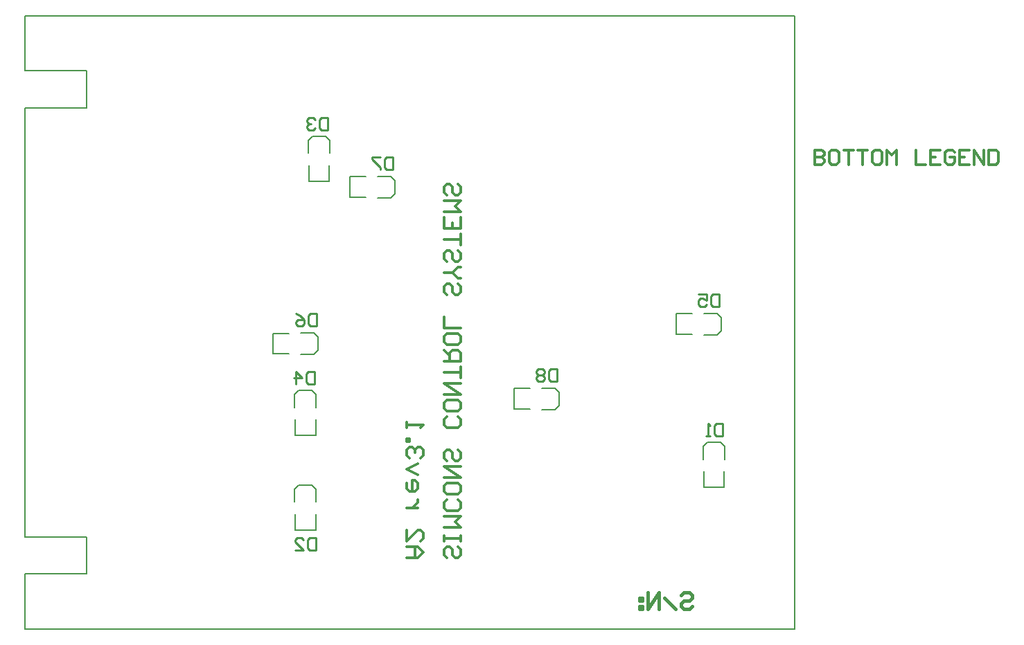
<source format=gbo>
%FSLAX25Y25*%
%MOIN*%
G70*
G01*
G75*
G04 Layer_Color=32896*
%ADD10C,0.03200*%
%ADD11C,0.02400*%
%ADD12R,0.06693X0.06693*%
%ADD13R,0.06693X0.06693*%
%ADD14C,0.00400*%
%ADD15C,0.01200*%
%ADD16R,0.07500X0.09000*%
%ADD17O,0.07500X0.09000*%
%ADD18O,0.07500X0.09000*%
%ADD19R,0.07500X0.09000*%
%ADD20O,0.09000X0.07500*%
%ADD21R,0.09000X0.07500*%
%ADD22R,0.10500X0.10500*%
%ADD23C,0.10500*%
%ADD24R,0.10500X0.10500*%
%ADD25C,0.10000*%
%ADD26C,0.09000*%
%ADD27C,0.07500*%
%ADD28C,0.06000*%
%ADD29C,0.04000*%
%ADD30R,0.06693X0.05118*%
%ADD31R,0.05118X0.06693*%
%ADD32C,0.01400*%
%ADD33C,0.00600*%
%ADD34C,0.00800*%
%ADD35C,0.00787*%
%ADD36C,0.01600*%
%ADD37C,0.01000*%
%ADD38R,0.07493X0.07493*%
%ADD39R,0.07493X0.07493*%
%ADD40R,0.08300X0.09800*%
%ADD41O,0.08300X0.09800*%
%ADD42O,0.08300X0.09800*%
%ADD43R,0.08300X0.09800*%
%ADD44O,0.09800X0.08300*%
%ADD45R,0.09800X0.08300*%
%ADD46R,0.11300X0.11300*%
%ADD47C,0.11300*%
%ADD48C,0.00800*%
%ADD49R,0.11300X0.11300*%
%ADD50C,0.10800*%
%ADD51C,0.09800*%
%ADD52C,0.08300*%
%ADD53R,0.07493X0.05918*%
%ADD54R,0.05918X0.07493*%
D15*
X773404Y624391D02*
Y617393D01*
X776903D01*
X778069Y618560D01*
Y619726D01*
X776903Y620892D01*
X773404D01*
X776903D01*
X778069Y622058D01*
Y623225D01*
X776903Y624391D01*
X773404D01*
X783901D02*
X781568D01*
X780402Y623225D01*
Y618560D01*
X781568Y617393D01*
X783901D01*
X785067Y618560D01*
Y623225D01*
X783901Y624391D01*
X787399D02*
X792065D01*
X789732D01*
Y617393D01*
X794397Y624391D02*
X799062D01*
X796730D01*
Y617393D01*
X804894Y624391D02*
X802561D01*
X801395Y623225D01*
Y618560D01*
X802561Y617393D01*
X804894D01*
X806060Y618560D01*
Y623225D01*
X804894Y624391D01*
X808393Y617393D02*
Y624391D01*
X810725Y622058D01*
X813058Y624391D01*
Y617393D01*
X822388Y624391D02*
Y617393D01*
X827053D01*
X834051Y624391D02*
X829386D01*
Y617393D01*
X834051D01*
X829386Y620892D02*
X831718D01*
X841049Y623225D02*
X839882Y624391D01*
X837550D01*
X836384Y623225D01*
Y618560D01*
X837550Y617393D01*
X839882D01*
X841049Y618560D01*
Y620892D01*
X838716D01*
X848046Y624391D02*
X843381D01*
Y617393D01*
X848046D01*
X843381Y620892D02*
X845714D01*
X850379Y617393D02*
Y624391D01*
X855044Y617393D01*
Y624391D01*
X857377D02*
Y617393D01*
X860876D01*
X862042Y618560D01*
Y623225D01*
X860876Y624391D01*
X857377D01*
D32*
X577100Y427900D02*
X582432D01*
X585097Y430566D01*
X582432Y433232D01*
X577100D01*
X581099D01*
Y427900D01*
X577100Y441229D02*
Y435897D01*
X582432Y441229D01*
X583765D01*
X585097Y439896D01*
Y437230D01*
X583765Y435897D01*
X582432Y451892D02*
X577100D01*
X579766D01*
X581099Y453225D01*
X582432Y454558D01*
Y455891D01*
X577100Y463888D02*
Y461223D01*
X578433Y459890D01*
X581099D01*
X582432Y461223D01*
Y463888D01*
X581099Y465221D01*
X579766D01*
Y459890D01*
X582432Y467887D02*
X577100Y470553D01*
X582432Y473219D01*
X583765Y475884D02*
X585097Y477217D01*
Y479883D01*
X583765Y481216D01*
X582432D01*
X581099Y479883D01*
Y478550D01*
Y479883D01*
X579766Y481216D01*
X578433D01*
X577100Y479883D01*
Y477217D01*
X578433Y475884D01*
X577100Y483882D02*
X578433D01*
Y485215D01*
X577100D01*
Y483882D01*
Y490546D02*
Y493212D01*
Y491879D01*
X585097D01*
X583765Y490546D01*
X601864Y433232D02*
X603197Y431899D01*
Y429233D01*
X601864Y427900D01*
X600532D01*
X599199Y429233D01*
Y431899D01*
X597866Y433232D01*
X596533D01*
X595200Y431899D01*
Y429233D01*
X596533Y427900D01*
X603197Y435897D02*
Y438563D01*
Y437230D01*
X595200D01*
Y435897D01*
Y438563D01*
Y442562D02*
X603197D01*
X600532Y445228D01*
X603197Y447893D01*
X595200D01*
X601864Y455891D02*
X603197Y454558D01*
Y451892D01*
X601864Y450559D01*
X596533D01*
X595200Y451892D01*
Y454558D01*
X596533Y455891D01*
X603197Y462556D02*
Y459890D01*
X601864Y458557D01*
X596533D01*
X595200Y459890D01*
Y462556D01*
X596533Y463888D01*
X601864D01*
X603197Y462556D01*
X595200Y466554D02*
X603197D01*
X595200Y471886D01*
X603197D01*
X601864Y479883D02*
X603197Y478550D01*
Y475884D01*
X601864Y474552D01*
X600532D01*
X599199Y475884D01*
Y478550D01*
X597866Y479883D01*
X596533D01*
X595200Y478550D01*
Y475884D01*
X596533Y474552D01*
X601864Y495878D02*
X603197Y494545D01*
Y491879D01*
X601864Y490546D01*
X596533D01*
X595200Y491879D01*
Y494545D01*
X596533Y495878D01*
X603197Y502542D02*
Y499877D01*
X601864Y498544D01*
X596533D01*
X595200Y499877D01*
Y502542D01*
X596533Y503875D01*
X601864D01*
X603197Y502542D01*
X595200Y506541D02*
X603197D01*
X595200Y511873D01*
X603197D01*
Y514539D02*
Y519870D01*
Y517204D01*
X595200D01*
Y522536D02*
X603197D01*
Y526535D01*
X601864Y527868D01*
X599199D01*
X597866Y526535D01*
Y522536D01*
Y525202D02*
X595200Y527868D01*
X603197Y534532D02*
Y531866D01*
X601864Y530533D01*
X596533D01*
X595200Y531866D01*
Y534532D01*
X596533Y535865D01*
X601864D01*
X603197Y534532D01*
Y538531D02*
X595200D01*
Y543862D01*
X601864Y559857D02*
X603197Y558524D01*
Y555859D01*
X601864Y554526D01*
X600532D01*
X599199Y555859D01*
Y558524D01*
X597866Y559857D01*
X596533D01*
X595200Y558524D01*
Y555859D01*
X596533Y554526D01*
X603197Y562523D02*
X601864D01*
X599199Y565189D01*
X601864Y567855D01*
X603197D01*
X599199Y565189D02*
X595200D01*
X601864Y575852D02*
X603197Y574519D01*
Y571853D01*
X601864Y570520D01*
X600532D01*
X599199Y571853D01*
Y574519D01*
X597866Y575852D01*
X596533D01*
X595200Y574519D01*
Y571853D01*
X596533Y570520D01*
X603197Y578518D02*
Y583849D01*
Y581184D01*
X595200D01*
X603197Y591847D02*
Y586515D01*
X595200D01*
Y591847D01*
X599199Y586515D02*
Y589181D01*
X595200Y594513D02*
X603197D01*
X600532Y597179D01*
X603197Y599844D01*
X595200D01*
X601864Y607842D02*
X603197Y606509D01*
Y603843D01*
X601864Y602510D01*
X600532D01*
X599199Y603843D01*
Y606509D01*
X597866Y607842D01*
X596533D01*
X595200Y606509D01*
Y603843D01*
X596533Y602510D01*
D34*
X533618Y454756D02*
Y461055D01*
X531650Y463024D02*
X533618Y461055D01*
X525350Y463024D02*
X531650D01*
X523382Y461055D02*
X525350Y463024D01*
X523382Y454756D02*
Y461055D01*
X523579Y441370D02*
X533421D01*
Y449047D01*
X523579Y441370D02*
Y449047D01*
X393701Y393701D02*
Y420276D01*
Y393701D02*
X393701Y393701D01*
X763780D01*
Y688976D01*
X763780Y688976D02*
X763780Y688976D01*
X393701Y688976D02*
X763780D01*
X393701Y662402D02*
Y688976D01*
Y662402D02*
X423228D01*
Y644685D02*
Y662402D01*
X393701Y644685D02*
X423228D01*
X393701Y437992D02*
Y644685D01*
Y437992D02*
X423228D01*
Y420276D02*
Y437992D01*
X393701Y420276D02*
X423228D01*
X393701Y393701D02*
Y420276D01*
Y393701D02*
X393701Y393701D01*
X763780D01*
X642256Y499382D02*
X648555D01*
X650524Y501350D01*
Y507650D01*
X648555Y509618D02*
X650524Y507650D01*
X642256Y509618D02*
X648555D01*
X628870Y499579D02*
Y509421D01*
Y499579D02*
X636547D01*
X628870Y509421D02*
X636547D01*
X549870Y611421D02*
X557547D01*
X549870Y601579D02*
X557547D01*
X549870D02*
Y611421D01*
X563256Y611618D02*
X569555D01*
X571524Y609650D01*
Y603350D02*
Y609650D01*
X569555Y601382D02*
X571524Y603350D01*
X563256Y601382D02*
X569555D01*
X526256Y525882D02*
X532555D01*
X534524Y527850D01*
Y534150D01*
X532555Y536118D02*
X534524Y534150D01*
X526256Y536118D02*
X532555D01*
X512870Y526079D02*
Y535921D01*
Y526079D02*
X520547D01*
X512870Y535921D02*
X520547D01*
X706870Y545421D02*
X714547D01*
X706870Y535579D02*
X714547D01*
X706870D02*
Y545421D01*
X720256Y545618D02*
X726555D01*
X728524Y543650D01*
Y537350D02*
Y543650D01*
X726555Y535382D02*
X728524Y537350D01*
X720256Y535382D02*
X726555D01*
X533618Y500256D02*
Y506555D01*
X531650Y508524D02*
X533618Y506555D01*
X525350Y508524D02*
X531650D01*
X523382Y506555D02*
X525350Y508524D01*
X523382Y500256D02*
Y506555D01*
X523579Y486870D02*
X533421D01*
Y494547D01*
X523579Y486870D02*
Y494547D01*
X530079Y609370D02*
Y617047D01*
X539921Y609370D02*
Y617047D01*
X530079Y609370D02*
X539921D01*
X529882Y622756D02*
Y629055D01*
X531850Y631024D01*
X538150D01*
X540118Y629055D01*
Y622756D02*
Y629055D01*
X720079Y461870D02*
Y469547D01*
X729921Y461870D02*
Y469547D01*
X720079Y461870D02*
X729921D01*
X719882Y475256D02*
Y481555D01*
X721850Y483524D01*
X728150D01*
X730118Y481555D01*
Y475256D02*
Y481555D01*
D36*
X709068Y409965D02*
X710401Y411297D01*
X713067D01*
X714400Y409965D01*
Y408632D01*
X713067Y407299D01*
X710401D01*
X709068Y405966D01*
Y404633D01*
X710401Y403300D01*
X713067D01*
X714400Y404633D01*
X706403Y403300D02*
X701071Y408632D01*
X698405Y403300D02*
Y411297D01*
X693074Y403300D01*
Y411297D01*
X690408Y408632D02*
X689075D01*
Y407299D01*
X690408D01*
Y408632D01*
Y404633D02*
X689075D01*
Y403300D01*
X690408D01*
Y404633D01*
D37*
X729300Y492498D02*
Y486500D01*
X726301D01*
X725301Y487500D01*
Y491498D01*
X726301Y492498D01*
X729300D01*
X723302Y486500D02*
X721303D01*
X722302D01*
Y492498D01*
X723302Y491498D01*
X533500Y437498D02*
Y431500D01*
X530501D01*
X529501Y432500D01*
Y436498D01*
X530501Y437498D01*
X533500D01*
X523503Y431500D02*
X527502D01*
X523503Y435499D01*
Y436498D01*
X524503Y437498D01*
X526502D01*
X527502Y436498D01*
X539300Y639998D02*
Y634000D01*
X536301D01*
X535301Y635000D01*
Y638998D01*
X536301Y639998D01*
X539300D01*
X533302Y638998D02*
X532302Y639998D01*
X530303D01*
X529303Y638998D01*
Y637999D01*
X530303Y636999D01*
X531303D01*
X530303D01*
X529303Y635999D01*
Y635000D01*
X530303Y634000D01*
X532302D01*
X533302Y635000D01*
X532800Y517498D02*
Y511500D01*
X529801D01*
X528801Y512500D01*
Y516498D01*
X529801Y517498D01*
X532800D01*
X523803Y511500D02*
Y517498D01*
X526802Y514499D01*
X522803D01*
X727500Y554798D02*
Y548800D01*
X724501D01*
X723501Y549800D01*
Y553798D01*
X724501Y554798D01*
X727500D01*
X717503D02*
X721502D01*
Y551799D01*
X719503Y552799D01*
X718503D01*
X717503Y551799D01*
Y549800D01*
X718503Y548800D01*
X720502D01*
X721502Y549800D01*
X533900Y545498D02*
Y539500D01*
X530901D01*
X529901Y540500D01*
Y544498D01*
X530901Y545498D01*
X533900D01*
X523903D02*
X525903Y544498D01*
X527902Y542499D01*
Y540500D01*
X526902Y539500D01*
X524903D01*
X523903Y540500D01*
Y541499D01*
X524903Y542499D01*
X527902D01*
X570500Y620798D02*
Y614800D01*
X567501D01*
X566501Y615800D01*
Y619798D01*
X567501Y620798D01*
X570500D01*
X564502D02*
X560503D01*
Y619798D01*
X564502Y615800D01*
Y614800D01*
X649500Y518798D02*
Y512800D01*
X646501D01*
X645501Y513800D01*
Y517798D01*
X646501Y518798D01*
X649500D01*
X643502Y517798D02*
X642502Y518798D01*
X640503D01*
X639503Y517798D01*
Y516799D01*
X640503Y515799D01*
X639503Y514799D01*
Y513800D01*
X640503Y512800D01*
X642502D01*
X643502Y513800D01*
Y514799D01*
X642502Y515799D01*
X643502Y516799D01*
Y517798D01*
X642502Y515799D02*
X640503D01*
M02*

</source>
